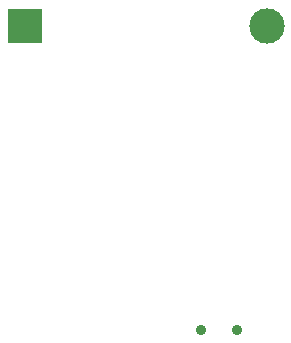
<source format=gbr>
%TF.GenerationSoftware,KiCad,Pcbnew,8.0.0*%
%TF.CreationDate,2024-03-20T12:42:59-05:00*%
%TF.ProjectId,tetrisBusinessCard,74657472-6973-4427-9573-696e65737343,rev?*%
%TF.SameCoordinates,Original*%
%TF.FileFunction,Soldermask,Bot*%
%TF.FilePolarity,Negative*%
%FSLAX46Y46*%
G04 Gerber Fmt 4.6, Leading zero omitted, Abs format (unit mm)*
G04 Created by KiCad (PCBNEW 8.0.0) date 2024-03-20 12:42:59*
%MOMM*%
%LPD*%
G01*
G04 APERTURE LIST*
%ADD10C,0.900000*%
%ADD11R,3.000000X3.000000*%
%ADD12C,3.000000*%
G04 APERTURE END LIST*
D10*
%TO.C,SW7*%
X194550000Y-101155000D03*
X197550000Y-101155000D03*
%TD*%
D11*
%TO.C,BT1*%
X179610000Y-75450000D03*
D12*
X200100000Y-75450000D03*
%TD*%
M02*

</source>
